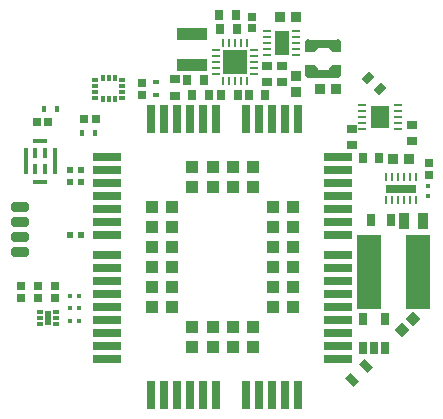
<source format=gtp>
G04*
G04 #@! TF.GenerationSoftware,Altium Limited,Altium NEXUS,3.0.10 (100)*
G04*
G04 Layer_Color=8421504*
%FSLAX44Y44*%
%MOMM*%
G71*
G01*
G75*
%ADD15R,0.7000X0.2500*%
G04:AMPARAMS|DCode=16|XSize=0.8mm|YSize=1.5mm|CornerRadius=0.2mm|HoleSize=0mm|Usage=FLASHONLY|Rotation=90.000|XOffset=0mm|YOffset=0mm|HoleType=Round|Shape=RoundedRectangle|*
%AMROUNDEDRECTD16*
21,1,0.8000,1.1000,0,0,90.0*
21,1,0.4000,1.5000,0,0,90.0*
1,1,0.4000,0.5500,0.2000*
1,1,0.4000,0.5500,-0.2000*
1,1,0.4000,-0.5500,-0.2000*
1,1,0.4000,-0.5500,0.2000*
%
%ADD16ROUNDEDRECTD16*%
%ADD17O,0.8000X0.2500*%
%ADD18O,0.2500X0.8000*%
%ADD19R,2.0500X2.0500*%
%ADD20R,0.3500X0.5750*%
%ADD21R,0.5750X0.3500*%
%ADD22R,0.7600X0.7200*%
%ADD23R,0.4200X0.6200*%
%ADD24R,0.7200X0.7600*%
%ADD25R,0.6200X0.4200*%
%ADD26R,0.4000X0.9500*%
%ADD27R,0.3500X2.3000*%
%ADD28R,1.3000X0.3500*%
%ADD29R,0.9300X1.3700*%
%ADD30R,2.6000X0.7900*%
%ADD31R,0.2500X0.7500*%
%ADD32R,0.6500X1.0500*%
%ADD33R,0.7000X0.9000*%
%ADD34R,0.8500X0.9500*%
%ADD35R,0.6500X0.6500*%
%ADD36R,2.6200X1.0900*%
%ADD37R,0.4500X0.4500*%
%ADD38R,0.9000X0.7000*%
%ADD39R,0.8000X0.2800*%
%ADD40R,1.2000X2.0000*%
%ADD41R,0.9500X0.8500*%
G04:AMPARAMS|DCode=42|XSize=0.885mm|YSize=0.7mm|CornerRadius=0.0035mm|HoleSize=0mm|Usage=FLASHONLY|Rotation=90.000|XOffset=0mm|YOffset=0mm|HoleType=Round|Shape=RoundedRectangle|*
%AMROUNDEDRECTD42*
21,1,0.8850,0.6930,0,0,90.0*
21,1,0.8780,0.7000,0,0,90.0*
1,1,0.0070,0.3465,0.4390*
1,1,0.0070,0.3465,-0.4390*
1,1,0.0070,-0.3465,-0.4390*
1,1,0.0070,-0.3465,0.4390*
%
%ADD42ROUNDEDRECTD42*%
G04:AMPARAMS|DCode=43|XSize=0.361mm|YSize=0.361mm|CornerRadius=0.0018mm|HoleSize=0mm|Usage=FLASHONLY|Rotation=315.000|XOffset=0mm|YOffset=0mm|HoleType=Round|Shape=RoundedRectangle|*
%AMROUNDEDRECTD43*
21,1,0.3610,0.3574,0,0,315.0*
21,1,0.3574,0.3610,0,0,315.0*
1,1,0.0036,0.0000,-0.2527*
1,1,0.0036,-0.2527,0.0000*
1,1,0.0036,0.0000,0.2527*
1,1,0.0036,0.2527,0.0000*
%
%ADD43ROUNDEDRECTD43*%
G04:AMPARAMS|DCode=44|XSize=0.537mm|YSize=0.537mm|CornerRadius=0.0027mm|HoleSize=0mm|Usage=FLASHONLY|Rotation=315.000|XOffset=0mm|YOffset=0mm|HoleType=Round|Shape=RoundedRectangle|*
%AMROUNDEDRECTD44*
21,1,0.5370,0.5316,0,0,315.0*
21,1,0.5316,0.5370,0,0,315.0*
1,1,0.0054,0.0000,-0.3759*
1,1,0.0054,-0.3759,0.0000*
1,1,0.0054,0.0000,0.3759*
1,1,0.0054,0.3759,0.0000*
%
%ADD44ROUNDEDRECTD44*%
G04:AMPARAMS|DCode=45|XSize=0.537mm|YSize=0.537mm|CornerRadius=0.0027mm|HoleSize=0mm|Usage=FLASHONLY|Rotation=225.000|XOffset=0mm|YOffset=0mm|HoleType=Round|Shape=RoundedRectangle|*
%AMROUNDEDRECTD45*
21,1,0.5370,0.5316,0,0,225.0*
21,1,0.5316,0.5370,0,0,225.0*
1,1,0.0054,-0.3759,0.0000*
1,1,0.0054,0.0000,0.3759*
1,1,0.0054,0.3759,0.0000*
1,1,0.0054,0.0000,-0.3759*
%
%ADD45ROUNDEDRECTD45*%
G04:AMPARAMS|DCode=46|XSize=0.361mm|YSize=0.361mm|CornerRadius=0.0018mm|HoleSize=0mm|Usage=FLASHONLY|Rotation=225.000|XOffset=0mm|YOffset=0mm|HoleType=Round|Shape=RoundedRectangle|*
%AMROUNDEDRECTD46*
21,1,0.3610,0.3574,0,0,225.0*
21,1,0.3574,0.3610,0,0,225.0*
1,1,0.0036,-0.2527,0.0000*
1,1,0.0036,0.0000,0.2527*
1,1,0.0036,0.2527,0.0000*
1,1,0.0036,0.0000,-0.2527*
%
%ADD46ROUNDEDRECTD46*%
G04:AMPARAMS|DCode=47|XSize=2.54mm|YSize=0.76mm|CornerRadius=0.0038mm|HoleSize=0mm|Usage=FLASHONLY|Rotation=180.000|XOffset=0mm|YOffset=0mm|HoleType=Round|Shape=RoundedRectangle|*
%AMROUNDEDRECTD47*
21,1,2.5400,0.7524,0,0,180.0*
21,1,2.5324,0.7600,0,0,180.0*
1,1,0.0076,-1.2662,0.3762*
1,1,0.0076,1.2662,0.3762*
1,1,0.0076,1.2662,-0.3762*
1,1,0.0076,-1.2662,-0.3762*
%
%ADD47ROUNDEDRECTD47*%
%ADD48R,0.6500X1.1000*%
%ADD49R,2.1500X6.3000*%
G04:AMPARAMS|DCode=50|XSize=0.95mm|YSize=0.85mm|CornerRadius=0mm|HoleSize=0mm|Usage=FLASHONLY|Rotation=135.000|XOffset=0mm|YOffset=0mm|HoleType=Round|Shape=Rectangle|*
%AMROTATEDRECTD50*
4,1,4,0.6364,-0.0354,0.0354,-0.6364,-0.6364,0.0354,-0.0354,0.6364,0.6364,-0.0354,0.0*
%
%ADD50ROTATEDRECTD50*%

G04:AMPARAMS|DCode=51|XSize=1.05mm|YSize=0.65mm|CornerRadius=0mm|HoleSize=0mm|Usage=FLASHONLY|Rotation=135.000|XOffset=0mm|YOffset=0mm|HoleType=Round|Shape=Rectangle|*
%AMROTATEDRECTD51*
4,1,4,0.6010,-0.1414,0.1414,-0.6010,-0.6010,0.1414,-0.1414,0.6010,0.6010,-0.1414,0.0*
%
%ADD51ROTATEDRECTD51*%

%ADD52R,1.5000X1.9000*%
G04:AMPARAMS|DCode=53|XSize=0.9mm|YSize=0.7mm|CornerRadius=0mm|HoleSize=0mm|Usage=FLASHONLY|Rotation=45.000|XOffset=0mm|YOffset=0mm|HoleType=Round|Shape=Rectangle|*
%AMROTATEDRECTD53*
4,1,4,-0.0707,-0.5657,-0.5657,-0.0707,0.0707,0.5657,0.5657,0.0707,-0.0707,-0.5657,0.0*
%
%ADD53ROTATEDRECTD53*%

%ADD54R,1.0000X1.0000*%
%ADD55R,1.0000X1.0000*%
G04:AMPARAMS|DCode=56|XSize=0.75mm|YSize=2.4mm|CornerRadius=0.1875mm|HoleSize=0mm|Usage=FLASHONLY|Rotation=270.000|XOffset=0mm|YOffset=0mm|HoleType=Round|Shape=RoundedRectangle|*
%AMROUNDEDRECTD56*
21,1,0.7500,2.0250,0,0,270.0*
21,1,0.3750,2.4000,0,0,270.0*
1,1,0.3750,-1.0125,-0.1875*
1,1,0.3750,-1.0125,0.1875*
1,1,0.3750,1.0125,0.1875*
1,1,0.3750,1.0125,-0.1875*
%
%ADD56ROUNDEDRECTD56*%
G04:AMPARAMS|DCode=57|XSize=0.75mm|YSize=2.4mm|CornerRadius=0.1875mm|HoleSize=0mm|Usage=FLASHONLY|Rotation=0.000|XOffset=0mm|YOffset=0mm|HoleType=Round|Shape=RoundedRectangle|*
%AMROUNDEDRECTD57*
21,1,0.7500,2.0250,0,0,0.0*
21,1,0.3750,2.4000,0,0,0.0*
1,1,0.3750,0.1875,-1.0125*
1,1,0.3750,-0.1875,-1.0125*
1,1,0.3750,-0.1875,1.0125*
1,1,0.3750,0.1875,1.0125*
%
%ADD57ROUNDEDRECTD57*%
%ADD58R,0.5500X0.5500*%
%ADD59R,0.4500X0.4500*%
%ADD60R,0.5200X0.3200*%
%ADD61R,0.5000X1.2600*%
%ADD62R,0.7400X0.7800*%
D15*
X335450Y260000D02*
D03*
Y265000D02*
D03*
Y270000D02*
D03*
Y275000D02*
D03*
Y280000D02*
D03*
X304450Y260000D02*
D03*
Y265000D02*
D03*
Y270000D02*
D03*
Y275000D02*
D03*
Y280000D02*
D03*
D16*
X15000Y193400D02*
D03*
Y180700D02*
D03*
Y168000D02*
D03*
Y155300D02*
D03*
D17*
X181000Y326250D02*
D03*
Y321250D02*
D03*
Y316250D02*
D03*
Y311250D02*
D03*
Y306250D02*
D03*
X213500D02*
D03*
Y311250D02*
D03*
Y316250D02*
D03*
Y321250D02*
D03*
Y326250D02*
D03*
D18*
X187250Y300000D02*
D03*
X192250D02*
D03*
X197250D02*
D03*
X202250D02*
D03*
X207250D02*
D03*
Y332500D02*
D03*
X202250D02*
D03*
X197250D02*
D03*
X192250D02*
D03*
X187250D02*
D03*
D19*
X197250Y316250D02*
D03*
D20*
X85250Y302875D02*
D03*
X90250D02*
D03*
X95250D02*
D03*
Y284625D02*
D03*
X90250D02*
D03*
X85250D02*
D03*
D21*
X101875Y301250D02*
D03*
Y296250D02*
D03*
Y291250D02*
D03*
Y286250D02*
D03*
X78625D02*
D03*
Y291250D02*
D03*
Y296250D02*
D03*
Y301250D02*
D03*
D22*
X79300Y268000D02*
D03*
X69700D02*
D03*
X29700Y265250D02*
D03*
X39300D02*
D03*
D23*
X79000Y256250D02*
D03*
X68000D02*
D03*
X35750Y276250D02*
D03*
X46750D02*
D03*
D24*
X118500Y288700D02*
D03*
Y298300D02*
D03*
X212000Y344950D02*
D03*
Y354550D02*
D03*
D25*
X130500Y288000D02*
D03*
Y299000D02*
D03*
D26*
X36750Y225500D02*
D03*
X28250D02*
D03*
X36750Y239000D02*
D03*
X28250D02*
D03*
D27*
X44750Y232250D02*
D03*
X20250D02*
D03*
D28*
X32500Y215000D02*
D03*
Y249500D02*
D03*
D29*
X356100Y182000D02*
D03*
X340400D02*
D03*
D30*
X338000Y209000D02*
D03*
D31*
X350500Y218700D02*
D03*
X345500D02*
D03*
X340500D02*
D03*
X335500D02*
D03*
X330500D02*
D03*
X325500D02*
D03*
X350500Y199300D02*
D03*
X345500D02*
D03*
X340500Y199300D02*
D03*
X335500D02*
D03*
X330500Y199300D02*
D03*
X325500D02*
D03*
D32*
X329250Y183000D02*
D03*
X312250Y183000D02*
D03*
D33*
X184555Y344364D02*
D03*
X198556D02*
D03*
X183750Y355750D02*
D03*
X197750D02*
D03*
X156750Y301000D02*
D03*
X170750D02*
D03*
X209000Y288750D02*
D03*
X223000D02*
D03*
X185500D02*
D03*
X199500D02*
D03*
X161250D02*
D03*
X175250D02*
D03*
X319250Y235000D02*
D03*
X305250D02*
D03*
D34*
X344500Y234000D02*
D03*
X331000D02*
D03*
X269250Y293250D02*
D03*
X282750D02*
D03*
X249250Y354250D02*
D03*
X235750D02*
D03*
D35*
X361500Y221000D02*
D03*
Y231000D02*
D03*
D36*
X160750Y313700D02*
D03*
Y339800D02*
D03*
D37*
X361000Y211250D02*
D03*
X361000Y203250D02*
D03*
D38*
X146250Y287750D02*
D03*
Y301750D02*
D03*
X224750Y313250D02*
D03*
Y299250D02*
D03*
X236750Y299000D02*
D03*
Y313000D02*
D03*
X296250Y245750D02*
D03*
Y259750D02*
D03*
X346750Y263250D02*
D03*
Y249250D02*
D03*
D39*
X249250Y332250D02*
D03*
X249250Y342250D02*
D03*
X249250Y337250D02*
D03*
Y327250D02*
D03*
X249250Y322250D02*
D03*
X224250D02*
D03*
Y327250D02*
D03*
Y337250D02*
D03*
Y342250D02*
D03*
Y332250D02*
D03*
D40*
X236750D02*
D03*
D41*
X249000Y304500D02*
D03*
Y291000D02*
D03*
D42*
X283725Y309704D02*
D03*
X260275D02*
D03*
Y328796D02*
D03*
X283725D02*
D03*
D43*
X284676Y305296D02*
D03*
X259324Y333204D02*
D03*
D44*
X280256Y310341D02*
D03*
X263744Y328159D02*
D03*
D45*
Y310341D02*
D03*
X280256Y328159D02*
D03*
D46*
X259324Y305296D02*
D03*
X284676Y333204D02*
D03*
D47*
X272000Y306550D02*
D03*
Y331950D02*
D03*
D48*
X305500Y74500D02*
D03*
X315000D02*
D03*
X324500D02*
D03*
Y98500D02*
D03*
X305500D02*
D03*
D49*
X352500Y138500D02*
D03*
X311000D02*
D03*
D50*
X348273Y99023D02*
D03*
X338727Y89477D02*
D03*
D51*
X308010Y59010D02*
D03*
X295990Y46990D02*
D03*
D52*
X319950Y270000D02*
D03*
D53*
X310050Y303100D02*
D03*
X319950Y293201D02*
D03*
D54*
X161250Y227690D02*
D03*
X178250D02*
D03*
X195250D02*
D03*
X161250Y210690D02*
D03*
X178250Y210690D02*
D03*
X195250D02*
D03*
X212250Y91690D02*
D03*
X195250Y91690D02*
D03*
X178250D02*
D03*
X161250Y91690D02*
D03*
X212250Y74690D02*
D03*
X195250D02*
D03*
X178250D02*
D03*
X161250D02*
D03*
X212250Y210690D02*
D03*
Y227690D02*
D03*
X229250Y108690D02*
D03*
Y125690D02*
D03*
Y142690D02*
D03*
Y159690D02*
D03*
Y176690D02*
D03*
Y193690D02*
D03*
X144250Y193690D02*
D03*
Y176690D02*
D03*
Y159690D02*
D03*
Y142690D02*
D03*
Y125690D02*
D03*
Y108690D02*
D03*
D55*
X246250Y108690D02*
D03*
Y125690D02*
D03*
Y142690D02*
D03*
Y159690D02*
D03*
Y176690D02*
D03*
Y193690D02*
D03*
X127250Y193690D02*
D03*
Y176690D02*
D03*
Y159690D02*
D03*
Y142690D02*
D03*
Y125690D02*
D03*
Y108690D02*
D03*
D56*
X284750Y65190D02*
D03*
Y76190D02*
D03*
Y87190D02*
D03*
Y98190D02*
D03*
Y109190D02*
D03*
Y120190D02*
D03*
Y131190D02*
D03*
Y142190D02*
D03*
Y153190D02*
D03*
Y170190D02*
D03*
Y181190D02*
D03*
Y192190D02*
D03*
Y203190D02*
D03*
Y214190D02*
D03*
Y225190D02*
D03*
Y236190D02*
D03*
X88750Y153190D02*
D03*
Y236190D02*
D03*
Y225190D02*
D03*
X88750Y214190D02*
D03*
X88750Y203190D02*
D03*
Y192190D02*
D03*
Y181190D02*
D03*
Y170190D02*
D03*
Y142190D02*
D03*
Y131190D02*
D03*
Y120190D02*
D03*
Y109190D02*
D03*
Y98190D02*
D03*
Y87190D02*
D03*
Y76190D02*
D03*
Y65190D02*
D03*
D57*
X250250Y267690D02*
D03*
X239250Y267690D02*
D03*
X228250Y267690D02*
D03*
X217250Y267690D02*
D03*
X206250Y267690D02*
D03*
X181250Y267690D02*
D03*
X170250Y267690D02*
D03*
X159250D02*
D03*
X148250D02*
D03*
X137250D02*
D03*
X126250D02*
D03*
Y34690D02*
D03*
X137250Y34690D02*
D03*
X148250Y34690D02*
D03*
X159250Y34690D02*
D03*
X170250Y34690D02*
D03*
X181250Y34690D02*
D03*
X206250Y34690D02*
D03*
X217250Y34690D02*
D03*
X228250Y34690D02*
D03*
X239250Y34690D02*
D03*
X250250Y34690D02*
D03*
D58*
X66750Y169500D02*
D03*
X57750D02*
D03*
X57750Y214500D02*
D03*
X66750D02*
D03*
X57750Y225190D02*
D03*
X66750D02*
D03*
D59*
X65336Y118506D02*
D03*
X57336D02*
D03*
X65336Y108006D02*
D03*
X57336D02*
D03*
X65336Y96815D02*
D03*
X57336D02*
D03*
D60*
X45775Y94565D02*
D03*
Y99565D02*
D03*
X45775Y104565D02*
D03*
X31975Y94565D02*
D03*
Y99565D02*
D03*
Y104565D02*
D03*
D61*
X38875Y99565D02*
D03*
D62*
X44875Y116850D02*
D03*
X44875Y126650D02*
D03*
X30375Y116850D02*
D03*
Y126650D02*
D03*
X16435Y116850D02*
D03*
Y126650D02*
D03*
M02*

</source>
